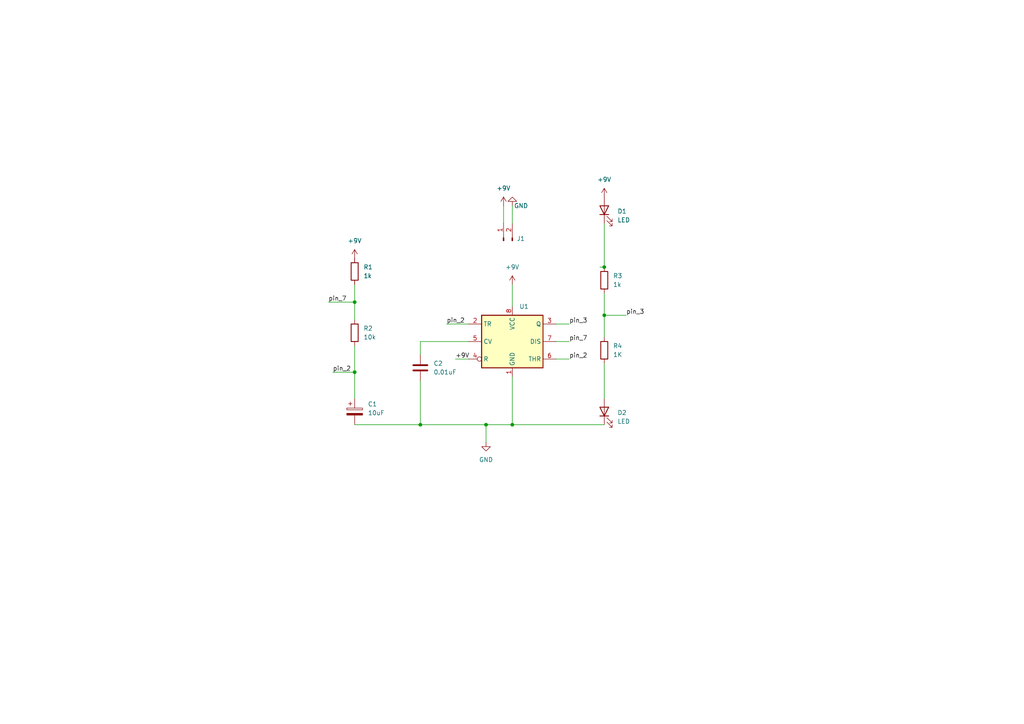
<source format=kicad_sch>
(kicad_sch (version 20211123) (generator eeschema)
  (paper "A4")
  (lib_symbols
    (symbol "Connector:Conn_01x02_Male" (pin_names (offset 1.016) hide)
      (property "Reference" "J" (at 0 2.54 0))
      (property "Value" "Conn_01x02_Male" (at 0 -5.08 0))
      (symbol "Conn_01x02_Male_1_1"
        (polyline (pts (xy 1.27 -2.54) (xy 0.8636 -2.54)) (stroke (width 0.1524)))
        (polyline (pts (xy 1.27 0) (xy 0.8636 0)) (stroke (width 0.1524)))
        (rectangle (start 0.8636 -2.413) (end 0 -2.667) (stroke (width 0.1524)) (fill (type outline)))
        (rectangle (start 0.8636 0.127) (end 0 -0.127) (stroke (width 0.1524)) (fill (type outline)))
        (pin passive line (at 5.08 0 180) (length 3.81) (name "Pin_1") (number "1"))
        (pin passive line (at 5.08 -2.54 180) (length 3.81) (name "Pin_2") (number "2"))
      )
    )
    (symbol "Device:C" (pin_numbers hide) (pin_names (offset 0.254))
      (property "Reference" "C" (at 0.635 2.54 0))
      (property "Value" "C" (at 0.635 -2.54 0))
      (symbol "C_0_1"
        (polyline (pts (xy -2.032 -0.762) (xy 2.032 -0.762)) (stroke (width 0.508)))
        (polyline (pts (xy -2.032 0.762) (xy 2.032 0.762)) (stroke (width 0.508)))
      )
      (symbol "C_1_1"
        (pin passive line (at 0 3.81 270) (length 2.794) (name "~") (number "1"))
        (pin passive line (at 0 -3.81 90) (length 2.794) (name "~") (number "2"))
      )
    )
    (symbol "Device:C_Polarized" (pin_numbers hide) (pin_names (offset 0.254))
      (property "Reference" "C" (at 0.635 2.54 0))
      (property "Value" "C_Polarized" (at 0.635 -2.54 0))
      (symbol "C_Polarized_0_1"
        (rectangle (start -2.286 0.508) (end 2.286 1.016))
        (polyline (pts (xy -1.778 2.286) (xy -0.762 2.286)))
        (polyline (pts (xy -1.27 2.794) (xy -1.27 1.778)))
        (rectangle (start 2.286 -0.508) (end -2.286 -1.016) (fill (type outline)))
      )
      (symbol "C_Polarized_1_1"
        (pin passive line (at 0 3.81 270) (length 2.794) (name "~") (number "1"))
        (pin passive line (at 0 -3.81 90) (length 2.794) (name "~") (number "2"))
      )
    )
    (symbol "Device:LED" (pin_numbers hide) (pin_names (offset 1.016) hide)
      (property "Reference" "D" (at 0 2.54 0))
      (property "Value" "LED" (at 0 -2.54 0))
      (symbol "LED_0_1"
        (polyline (pts (xy -1.27 -1.27) (xy -1.27 1.27)) (stroke (width 0.254)))
        (polyline (pts (xy -1.27 0) (xy 1.27 0)))
        (polyline (pts (xy 1.27 -1.27) (xy 1.27 1.27) (xy -1.27 0) (xy 1.27 -1.27)) (stroke (width 0.254)))
        (polyline (pts (xy -3.048 -0.762) (xy -4.572 -2.286) (xy -3.81 -2.286) (xy -4.572 -2.286) (xy -4.572 -1.524)))
        (polyline (pts (xy -1.778 -0.762) (xy -3.302 -2.286) (xy -2.54 -2.286) (xy -3.302 -2.286) (xy -3.302 -1.524)))
      )
      (symbol "LED_1_1"
        (pin passive line (at -3.81 0 0) (length 2.54) (name "K") (number "1"))
        (pin passive line (at 3.81 0 180) (length 2.54) (name "A") (number "2"))
      )
    )
    (symbol "Device:R" (pin_numbers hide) (pin_names (offset 0))
      (property "Reference" "R" (at 2.032 0 90))
      (property "Value" "R" (at 0 0 90))
      (symbol "R_0_1"
        (rectangle (start -1.016 -2.54) (end 1.016 2.54) (stroke (width 0.254)))
      )
      (symbol "R_1_1"
        (pin passive line (at 0 3.81 270) (length 1.27) (name "~") (number "1"))
        (pin passive line (at 0 -3.81 90) (length 1.27) (name "~") (number "2"))
      )
    )
    (symbol "Timer:NE555D"
      (property "Reference" "U" (at -10.16 8.89 0))
      (property "Value" "NE555D" (at 2.54 8.89 0))
      (symbol "NE555D_0_0"
        (pin power_in line (at 0 -10.16 90) (length 2.54) (name "GND") (number "1"))
        (pin power_in line (at 0 10.16 270) (length 2.54) (name "VCC") (number "8"))
      )
      (symbol "NE555D_0_1"
        (rectangle (start -8.89 -7.62) (end 8.89 7.62) (stroke (width 0.254)) (fill (type background)))
        (rectangle (start -8.89 -7.62) (end 8.89 7.62) (stroke (width 0.254)) (fill (type background)))
      )
      (symbol "NE555D_1_1"
        (pin input line (at -12.7 5.08 0) (length 3.81) (name "TR") (number "2"))
        (pin output line (at 12.7 5.08 180) (length 3.81) (name "Q") (number "3"))
        (pin input inverted (at -12.7 -5.08 0) (length 3.81) (name "R") (number "4"))
        (pin input line (at -12.7 0 0) (length 3.81) (name "CV") (number "5"))
        (pin input line (at 12.7 -5.08 180) (length 3.81) (name "THR") (number "6"))
        (pin input line (at 12.7 0 180) (length 3.81) (name "DIS") (number "7"))
      )
    )
    (symbol "power:+9V" (power) (pin_names (offset 0))
      (property "Value" "+9V" (at 0 3.556 0))
      (symbol "+9V_0_1"
        (polyline (pts (xy -0.762 1.27) (xy 0 2.54)))
        (polyline (pts (xy 0 0) (xy 0 2.54)))
        (polyline (pts (xy 0 2.54) (xy 0.762 1.27)))
      )
      (symbol "+9V_1_1"
        (pin power_in line (at 0 0 90) (length 0) hide (name "+9V") (number "1"))
      )
    )
    (symbol "power:GND" (power) (pin_names (offset 0))
      (property "Value" "GND" (at 0 -3.81 0))
      (symbol "GND_0_1"
        (polyline (pts (xy 0 0) (xy 0 -1.27) (xy 1.27 -1.27) (xy 0 -2.54) (xy -1.27 -1.27) (xy 0 -1.27)))
      )
      (symbol "GND_1_1"
        (pin power_in line (at 0 0 270) (length 0) hide (name "GND") (number "1"))
      )
    )
  )
  (junction (at 102.87 87.63))
  (junction (at 140.97 123.19))
  (junction (at 121.92 123.19))
  (junction (at 175.26 91.44))
  (junction (at 102.87 107.95))
  (junction (at 175.26 77.47))
  (junction (at 148.59 123.19))
  (wire (pts (xy 148.59 123.19) (xy 148.59 109.22)))
  (wire (pts (xy 95.25 87.63) (xy 102.87 87.63)))
  (wire (pts (xy 96.52 107.95) (xy 102.87 107.95)))
  (wire (pts (xy 121.92 110.49) (xy 121.92 123.19)))
  (wire (pts (xy 175.26 91.44) (xy 181.61 91.44)))
  (wire (pts (xy 129.54 93.98) (xy 135.89 93.98)))
  (wire (pts (xy 140.97 123.19) (xy 148.59 123.19)))
  (wire (pts (xy 140.97 123.19) (xy 140.97 128.27)))
  (wire (pts (xy 173.99 77.47) (xy 175.26 77.47)))
  (wire (pts (xy 121.92 123.19) (xy 140.97 123.19)))
  (wire (pts (xy 161.29 99.06) (xy 165.1 99.06)))
  (wire (pts (xy 175.26 85.09) (xy 175.26 91.44)))
  (wire (pts (xy 102.87 100.33) (xy 102.87 107.95)))
  (wire (pts (xy 175.26 105.41) (xy 175.26 115.57)))
  (wire (pts (xy 102.87 87.63) (xy 102.87 92.71)))
  (wire (pts (xy 161.29 93.98) (xy 165.1 93.98)))
  (wire (pts (xy 161.29 104.14) (xy 165.1 104.14)))
  (wire (pts (xy 175.26 91.44) (xy 175.26 97.79)))
  (wire (pts (xy 148.59 82.55) (xy 148.59 88.9)))
  (wire (pts (xy 132.08 104.14) (xy 135.89 104.14)))
  (wire (pts (xy 121.92 102.87) (xy 121.92 99.06)))
  (wire (pts (xy 121.92 99.06) (xy 135.89 99.06)))
  (wire (pts (xy 102.87 123.19) (xy 121.92 123.19)))
  (wire (pts (xy 102.87 82.55) (xy 102.87 87.63)))
  (wire (pts (xy 175.26 64.77) (xy 175.26 77.47)))
  (wire (pts (xy 146.05 59.69) (xy 146.05 64.77)))
  (wire (pts (xy 175.26 123.19) (xy 148.59 123.19)))
  (wire (pts (xy 148.59 59.69) (xy 148.59 64.77)))
  (wire (pts (xy 102.87 107.95) (xy 102.87 115.57)))
  (label "+9V" (at 132.08 104.14 0))
  (label "pin_7" (at 165.1 99.06 0))
  (label "pin_2" (at 96.52 107.95 0))
  (label "pin_7" (at 95.25 87.63 0))
  (label "pin_3" (at 181.61 91.44 0))
  (label "pin_3" (at 165.1 93.98 0))
  (label "pin_2" (at 129.54 93.98 0))
  (label "pin_2" (at 165.1 104.14 0))
  (symbol (lib_id "Connector:Conn_01x02_Male") (at 146.05 69.85 90) (unit 1)
    (property "Reference" "J1" (at 149.86 69.2149 90) (effects (justify right)))
    (property "Value" "J1" (effects hide))
    (property "Footprint" "TerminalBlock:TerminalBlock_bornier-2_P5.08mm" (effects hide))
  )
  (symbol (lib_id "Device:C_Polarized") (at 102.87 119.38 0) (unit 1)
    (property "Reference" "C1" (at 106.68 117.2209 0) (effects (justify left)))
    (property "Value" "10uF" (at 106.68 119.7609 0) (effects (justify left)))
    (property "Footprint" "Capacitor_Tantalum_SMD:CP_EIA-3216-18_Kemet-A_Pad1.58x1.35mm_HandSolder" (effects hide))
  )
  (symbol (lib_id "power:+9V") (at 148.59 82.55 0) (unit 1)
    (property "Reference" "#PWR0103" (effects hide))
    (property "Value" "+9V" (at 148.59 77.47 0))
  )
  (symbol (lib_id "Device:R") (at 102.87 96.52 0) (unit 1)
    (property "Reference" "R2" (at 105.41 95.2499 0) (effects (justify left)))
    (property "Value" "10k" (at 105.41 97.7899 0) (effects (justify left)))
    (property "Footprint" "Resistor_SMD:R_0805_2012Metric_Pad1.20x1.40mm_HandSolder" (effects hide))
  )
  (symbol (lib_id "power:+9V") (at 146.05 59.69 0) (unit 1)
    (property "Reference" "#PWR0104" (effects hide))
    (property "Value" "+9V" (at 146.05 54.61 0))
  )
  (symbol (lib_id "Device:R") (at 175.26 81.28 0) (unit 1)
    (property "Reference" "R3" (at 177.8 80.0099 0) (effects (justify left)))
    (property "Value" "1k" (at 177.8 82.5499 0) (effects (justify left)))
    (property "Footprint" "Resistor_SMD:R_0805_2012Metric_Pad1.20x1.40mm_HandSolder" (effects hide))
  )
  (symbol (lib_id "power:+9V") (at 175.26 57.15 0) (unit 1)
    (property "Reference" "#PWR0106" (effects hide))
    (property "Value" "+9V" (at 175.26 52.07 0))
  )
  (symbol (lib_id "Device:C") (at 121.92 106.68 0) (unit 1)
    (property "Reference" "C2" (at 125.73 105.4099 0) (effects (justify left)))
    (property "Value" "0.01uF" (at 125.73 107.9499 0) (effects (justify left)))
    (property "Footprint" "Capacitor_SMD:C_0805_2012Metric_Pad1.18x1.45mm_HandSolder" (effects hide))
  )
  (symbol (lib_id "power:GND") (at 148.59 59.69 180) (unit 1)
    (property "Reference" "#PWR0105" (effects hide))
    (property "Value" "GND" (at 151.13 59.69 0))
  )
  (symbol (lib_id "Device:LED") (at 175.26 119.38 90) (unit 1)
    (property "Reference" "D2" (at 179.07 119.6974 90) (effects (justify right)))
    (property "Value" "LED" (at 179.07 122.2374 90) (effects (justify right)))
    (property "Footprint" "LED_SMD:LED_1206_3216Metric_Pad1.42x1.75mm_HandSolder" (effects hide))
  )
  (symbol (lib_id "power:+9V") (at 102.87 74.93 0) (unit 1)
    (property "Reference" "#PWR0101" (effects hide))
    (property "Value" "+9V" (at 102.87 69.85 0))
  )
  (symbol (lib_id "Device:R") (at 102.87 78.74 0) (unit 1)
    (property "Reference" "R1" (at 105.41 77.4699 0) (effects (justify left)))
    (property "Value" "1k" (at 105.41 80.0099 0) (effects (justify left)))
    (property "Footprint" "Resistor_SMD:R_0805_2012Metric_Pad1.20x1.40mm_HandSolder" (effects hide))
  )
  (symbol (lib_id "Timer:NE555D") (at 148.59 99.06 0) (unit 1)
    (property "Reference" "U1" (at 150.6094 88.9 0) (effects (justify left)))
    (property "Value" "NE555D" (effects hide))
    (property "Footprint" "Package_SO:SOIC-8_3.9x4.9mm_P1.27mm" (effects hide))
    (property "Datasheet" "http://www.ti.com/lit/ds/symlink/ne555.pdf" (effects hide))
  )
  (symbol (lib_id "Device:LED") (at 175.26 60.96 90) (unit 1)
    (property "Reference" "D1" (at 179.07 61.2774 90) (effects (justify right)))
    (property "Value" "LED" (at 179.07 63.8174 90) (effects (justify right)))
    (property "Footprint" "LED_SMD:LED_1206_3216Metric_Pad1.42x1.75mm_HandSolder" (effects hide))
  )
  (symbol (lib_id "power:GND") (at 140.97 128.27 0) (unit 1)
    (property "Reference" "#PWR0102" (effects hide))
    (property "Value" "GND" (at 140.97 133.35 0))
  )
  (symbol (lib_id "Device:R") (at 175.26 101.6 0) (unit 1)
    (property "Reference" "R4" (at 177.8 100.3299 0) (effects (justify left)))
    (property "Value" "1K" (at 177.8 102.8699 0) (effects (justify left)))
    (property "Footprint" "Resistor_SMD:R_0805_2012Metric_Pad1.20x1.40mm_HandSolder" (effects hide))
  )
)
</source>
